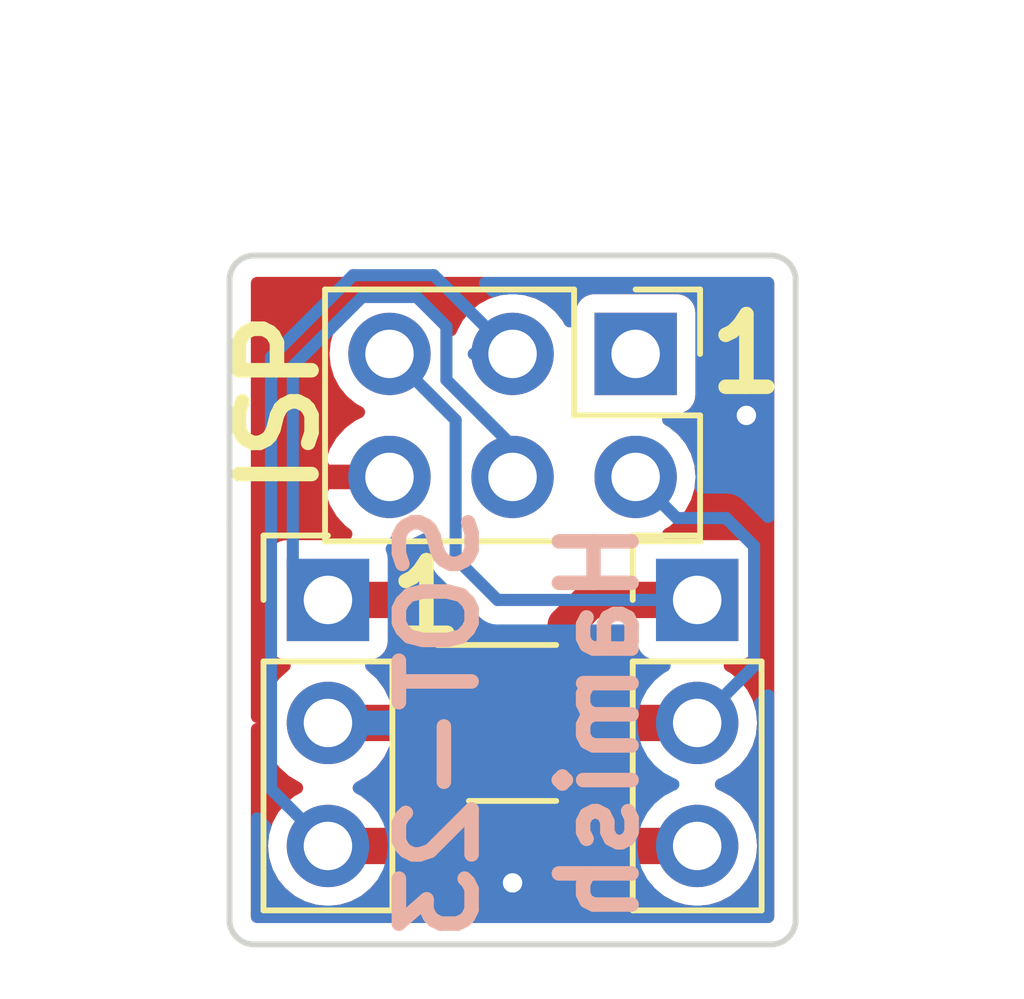
<source format=kicad_pcb>
(kicad_pcb (version 20171130) (host pcbnew "(5.1.4)-1")

  (general
    (thickness 1.6)
    (drawings 15)
    (tracks 42)
    (zones 0)
    (modules 4)
    (nets 8)
  )

  (page A4)
  (layers
    (0 F.Cu signal)
    (31 B.Cu signal)
    (32 B.Adhes user)
    (33 F.Adhes user)
    (34 B.Paste user)
    (35 F.Paste user)
    (36 B.SilkS user)
    (37 F.SilkS user)
    (38 B.Mask user)
    (39 F.Mask user)
    (40 Dwgs.User user)
    (41 Cmts.User user)
    (42 Eco1.User user)
    (43 Eco2.User user)
    (44 Edge.Cuts user)
    (45 Margin user)
    (46 B.CrtYd user)
    (47 F.CrtYd user)
    (48 B.Fab user)
    (49 F.Fab user)
  )

  (setup
    (last_trace_width 0.25)
    (user_trace_width 0.5)
    (user_trace_width 0.75)
    (user_trace_width 1)
    (trace_clearance 0.2)
    (zone_clearance 0.381)
    (zone_45_only no)
    (trace_min 0.2)
    (via_size 0.8)
    (via_drill 0.4)
    (via_min_size 0.4)
    (via_min_drill 0.3)
    (uvia_size 0.3)
    (uvia_drill 0.1)
    (uvias_allowed no)
    (uvia_min_size 0.2)
    (uvia_min_drill 0.1)
    (edge_width 0.05)
    (segment_width 0.2)
    (pcb_text_width 0.3)
    (pcb_text_size 1.5 1.5)
    (mod_edge_width 0.12)
    (mod_text_size 1 1)
    (mod_text_width 0.15)
    (pad_size 1.524 1.524)
    (pad_drill 0.762)
    (pad_to_mask_clearance 0.051)
    (solder_mask_min_width 0.25)
    (aux_axis_origin 0 0)
    (visible_elements 7FFFFFFF)
    (pcbplotparams
      (layerselection 0x010fc_ffffffff)
      (usegerberextensions false)
      (usegerberattributes false)
      (usegerberadvancedattributes false)
      (creategerberjobfile false)
      (excludeedgelayer true)
      (linewidth 0.100000)
      (plotframeref false)
      (viasonmask false)
      (mode 1)
      (useauxorigin false)
      (hpglpennumber 1)
      (hpglpenspeed 20)
      (hpglpendiameter 15.000000)
      (psnegative false)
      (psa4output false)
      (plotreference true)
      (plotvalue true)
      (plotinvisibletext false)
      (padsonsilk false)
      (subtractmaskfromsilk false)
      (outputformat 1)
      (mirror false)
      (drillshape 0)
      (scaleselection 1)
      (outputdirectory "Gerbers/"))
  )

  (net 0 "")
  (net 1 "Net-(J1-Pad3)")
  (net 2 "Net-(J1-Pad2)")
  (net 3 "Net-(J1-Pad1)")
  (net 4 "Net-(J2-Pad1)")
  (net 5 "Net-(J2-Pad2)")
  (net 6 "Net-(J2-Pad3)")
  (net 7 "Net-(J3-Pad1)")

  (net_class Default "This is the default net class."
    (clearance 0.2)
    (trace_width 0.25)
    (via_dia 0.8)
    (via_drill 0.4)
    (uvia_dia 0.3)
    (uvia_drill 0.1)
    (add_net "Net-(J1-Pad1)")
    (add_net "Net-(J1-Pad2)")
    (add_net "Net-(J1-Pad3)")
    (add_net "Net-(J2-Pad1)")
    (add_net "Net-(J2-Pad2)")
    (add_net "Net-(J2-Pad3)")
    (add_net "Net-(J3-Pad1)")
  )

  (module Connector_PinHeader_2.54mm:PinHeader_1x03_P2.54mm_Vertical (layer F.Cu) (tedit 59FED5CC) (tstamp 5E976CFF)
    (at 226.568 124.46)
    (descr "Through hole straight pin header, 1x03, 2.54mm pitch, single row")
    (tags "Through hole pin header THT 1x03 2.54mm single row")
    (path /5E9736BC)
    (fp_text reference J1 (at 2.032 0) (layer F.SilkS) hide
      (effects (font (size 1 1) (thickness 0.15)))
    )
    (fp_text value Conn_01x03_Male (at 0 7.41) (layer F.Fab)
      (effects (font (size 1 1) (thickness 0.15)))
    )
    (fp_text user %R (at 2.54 2.54 90) (layer F.Fab)
      (effects (font (size 1 1) (thickness 0.15)))
    )
    (fp_line (start 1.8 -1.8) (end -1.8 -1.8) (layer F.CrtYd) (width 0.05))
    (fp_line (start 1.8 6.85) (end 1.8 -1.8) (layer F.CrtYd) (width 0.05))
    (fp_line (start -1.8 6.85) (end 1.8 6.85) (layer F.CrtYd) (width 0.05))
    (fp_line (start -1.8 -1.8) (end -1.8 6.85) (layer F.CrtYd) (width 0.05))
    (fp_line (start -1.33 -1.33) (end 0 -1.33) (layer F.SilkS) (width 0.12))
    (fp_line (start -1.33 0) (end -1.33 -1.33) (layer F.SilkS) (width 0.12))
    (fp_line (start -1.33 1.27) (end 1.33 1.27) (layer F.SilkS) (width 0.12))
    (fp_line (start 1.33 1.27) (end 1.33 6.41) (layer F.SilkS) (width 0.12))
    (fp_line (start -1.33 1.27) (end -1.33 6.41) (layer F.SilkS) (width 0.12))
    (fp_line (start -1.33 6.41) (end 1.33 6.41) (layer F.SilkS) (width 0.12))
    (fp_line (start -1.27 -0.635) (end -0.635 -1.27) (layer F.Fab) (width 0.1))
    (fp_line (start -1.27 6.35) (end -1.27 -0.635) (layer F.Fab) (width 0.1))
    (fp_line (start 1.27 6.35) (end -1.27 6.35) (layer F.Fab) (width 0.1))
    (fp_line (start 1.27 -1.27) (end 1.27 6.35) (layer F.Fab) (width 0.1))
    (fp_line (start -0.635 -1.27) (end 1.27 -1.27) (layer F.Fab) (width 0.1))
    (pad 3 thru_hole oval (at 0 5.08) (size 1.7 1.7) (drill 1) (layers *.Cu *.Mask)
      (net 1 "Net-(J1-Pad3)"))
    (pad 2 thru_hole oval (at 0 2.54) (size 1.7 1.7) (drill 1) (layers *.Cu *.Mask)
      (net 2 "Net-(J1-Pad2)"))
    (pad 1 thru_hole rect (at 0 0) (size 1.7 1.7) (drill 1) (layers *.Cu *.Mask)
      (net 3 "Net-(J1-Pad1)"))
    (model ${KISYS3DMOD}/Connector_PinHeader_2.54mm.3dshapes/PinHeader_1x03_P2.54mm_Vertical.wrl
      (offset (xyz 0 -5.08 -1.778))
      (scale (xyz 1 1 1))
      (rotate (xyz 180 0 0))
    )
  )

  (module Connector_PinHeader_2.54mm:PinHeader_1x03_P2.54mm_Vertical (layer F.Cu) (tedit 59FED5CC) (tstamp 5E976D16)
    (at 234.188 124.46)
    (descr "Through hole straight pin header, 1x03, 2.54mm pitch, single row")
    (tags "Through hole pin header THT 1x03 2.54mm single row")
    (path /5E973299)
    (fp_text reference J2 (at -2.032 0) (layer F.SilkS) hide
      (effects (font (size 1 1) (thickness 0.15)))
    )
    (fp_text value Conn_01x03_Male (at 0 7.41) (layer F.Fab)
      (effects (font (size 1 1) (thickness 0.15)))
    )
    (fp_line (start -0.635 -1.27) (end 1.27 -1.27) (layer F.Fab) (width 0.1))
    (fp_line (start 1.27 -1.27) (end 1.27 6.35) (layer F.Fab) (width 0.1))
    (fp_line (start 1.27 6.35) (end -1.27 6.35) (layer F.Fab) (width 0.1))
    (fp_line (start -1.27 6.35) (end -1.27 -0.635) (layer F.Fab) (width 0.1))
    (fp_line (start -1.27 -0.635) (end -0.635 -1.27) (layer F.Fab) (width 0.1))
    (fp_line (start -1.33 6.41) (end 1.33 6.41) (layer F.SilkS) (width 0.12))
    (fp_line (start -1.33 1.27) (end -1.33 6.41) (layer F.SilkS) (width 0.12))
    (fp_line (start 1.33 1.27) (end 1.33 6.41) (layer F.SilkS) (width 0.12))
    (fp_line (start -1.33 1.27) (end 1.33 1.27) (layer F.SilkS) (width 0.12))
    (fp_line (start -1.33 0) (end -1.33 -1.33) (layer F.SilkS) (width 0.12))
    (fp_line (start -1.33 -1.33) (end 0 -1.33) (layer F.SilkS) (width 0.12))
    (fp_line (start -1.8 -1.8) (end -1.8 6.85) (layer F.CrtYd) (width 0.05))
    (fp_line (start -1.8 6.85) (end 1.8 6.85) (layer F.CrtYd) (width 0.05))
    (fp_line (start 1.8 6.85) (end 1.8 -1.8) (layer F.CrtYd) (width 0.05))
    (fp_line (start 1.8 -1.8) (end -1.8 -1.8) (layer F.CrtYd) (width 0.05))
    (fp_text user %R (at -2.411001 2.54 90) (layer F.Fab)
      (effects (font (size 1 1) (thickness 0.15)))
    )
    (pad 1 thru_hole rect (at 0 0) (size 1.7 1.7) (drill 1) (layers *.Cu *.Mask)
      (net 4 "Net-(J2-Pad1)"))
    (pad 2 thru_hole oval (at 0 2.54) (size 1.7 1.7) (drill 1) (layers *.Cu *.Mask)
      (net 5 "Net-(J2-Pad2)"))
    (pad 3 thru_hole oval (at 0 5.08) (size 1.7 1.7) (drill 1) (layers *.Cu *.Mask)
      (net 6 "Net-(J2-Pad3)"))
    (model ${KISYS3DMOD}/Connector_PinHeader_2.54mm.3dshapes/PinHeader_1x03_P2.54mm_Vertical.wrl
      (offset (xyz 0 -5.08 -1.778))
      (scale (xyz 1 1 1))
      (rotate (xyz 180 0 0))
    )
  )

  (module Package_TO_SOT_SMD:SOT-23-6 (layer F.Cu) (tedit 5A02FF57) (tstamp 5E976D2C)
    (at 230.378 127)
    (descr "6-pin SOT-23 package")
    (tags SOT-23-6)
    (path /5E971A6A)
    (attr smd)
    (fp_text reference U1 (at 0 -2.9) (layer F.SilkS) hide
      (effects (font (size 1 1) (thickness 0.15)))
    )
    (fp_text value ATtiny10-TS (at 0 2.9) (layer F.Fab)
      (effects (font (size 1 1) (thickness 0.15)))
    )
    (fp_text user %R (at 0 0 90) (layer F.Fab)
      (effects (font (size 0.5 0.5) (thickness 0.075)))
    )
    (fp_line (start -0.9 1.61) (end 0.9 1.61) (layer F.SilkS) (width 0.12))
    (fp_line (start 0.9 -1.61) (end -1.55 -1.61) (layer F.SilkS) (width 0.12))
    (fp_line (start 1.9 -1.8) (end -1.9 -1.8) (layer F.CrtYd) (width 0.05))
    (fp_line (start 1.9 1.8) (end 1.9 -1.8) (layer F.CrtYd) (width 0.05))
    (fp_line (start -1.9 1.8) (end 1.9 1.8) (layer F.CrtYd) (width 0.05))
    (fp_line (start -1.9 -1.8) (end -1.9 1.8) (layer F.CrtYd) (width 0.05))
    (fp_line (start -0.9 -0.9) (end -0.25 -1.55) (layer F.Fab) (width 0.1))
    (fp_line (start 0.9 -1.55) (end -0.25 -1.55) (layer F.Fab) (width 0.1))
    (fp_line (start -0.9 -0.9) (end -0.9 1.55) (layer F.Fab) (width 0.1))
    (fp_line (start 0.9 1.55) (end -0.9 1.55) (layer F.Fab) (width 0.1))
    (fp_line (start 0.9 -1.55) (end 0.9 1.55) (layer F.Fab) (width 0.1))
    (pad 1 smd rect (at -1.1 -0.95) (size 1.06 0.65) (layers F.Cu F.Paste F.Mask)
      (net 3 "Net-(J1-Pad1)"))
    (pad 2 smd rect (at -1.1 0) (size 1.06 0.65) (layers F.Cu F.Paste F.Mask)
      (net 2 "Net-(J1-Pad2)"))
    (pad 3 smd rect (at -1.1 0.95) (size 1.06 0.65) (layers F.Cu F.Paste F.Mask)
      (net 1 "Net-(J1-Pad3)"))
    (pad 4 smd rect (at 1.1 0.95) (size 1.06 0.65) (layers F.Cu F.Paste F.Mask)
      (net 6 "Net-(J2-Pad3)"))
    (pad 6 smd rect (at 1.1 -0.95) (size 1.06 0.65) (layers F.Cu F.Paste F.Mask)
      (net 4 "Net-(J2-Pad1)"))
    (pad 5 smd rect (at 1.1 0) (size 1.06 0.65) (layers F.Cu F.Paste F.Mask)
      (net 5 "Net-(J2-Pad2)"))
    (model ${KISYS3DMOD}/Package_TO_SOT_SMD.3dshapes/SOT-23-6.wrl
      (at (xyz 0 0 0))
      (scale (xyz 1 1 1))
      (rotate (xyz 0 0 0))
    )
  )

  (module Connector_PinHeader_2.54mm:PinHeader_2x03_P2.54mm_Vertical (layer F.Cu) (tedit 59FED5CC) (tstamp 5E9725DD)
    (at 232.918 119.38 270)
    (descr "Through hole straight pin header, 2x03, 2.54mm pitch, double rows")
    (tags "Through hole pin header THT 2x03 2.54mm double row")
    (path /5E9724E3)
    (fp_text reference J3 (at 1.27 -2.33 90) (layer F.SilkS) hide
      (effects (font (size 1 1) (thickness 0.15)))
    )
    (fp_text value Conn_02x03_Odd_Even (at 1.27 7.41 90) (layer F.Fab)
      (effects (font (size 1 1) (thickness 0.15)))
    )
    (fp_line (start 0 -1.27) (end 3.81 -1.27) (layer F.Fab) (width 0.1))
    (fp_line (start 3.81 -1.27) (end 3.81 6.35) (layer F.Fab) (width 0.1))
    (fp_line (start 3.81 6.35) (end -1.27 6.35) (layer F.Fab) (width 0.1))
    (fp_line (start -1.27 6.35) (end -1.27 0) (layer F.Fab) (width 0.1))
    (fp_line (start -1.27 0) (end 0 -1.27) (layer F.Fab) (width 0.1))
    (fp_line (start -1.33 6.41) (end 3.87 6.41) (layer F.SilkS) (width 0.12))
    (fp_line (start -1.33 1.27) (end -1.33 6.41) (layer F.SilkS) (width 0.12))
    (fp_line (start 3.87 -1.33) (end 3.87 6.41) (layer F.SilkS) (width 0.12))
    (fp_line (start -1.33 1.27) (end 1.27 1.27) (layer F.SilkS) (width 0.12))
    (fp_line (start 1.27 1.27) (end 1.27 -1.33) (layer F.SilkS) (width 0.12))
    (fp_line (start 1.27 -1.33) (end 3.87 -1.33) (layer F.SilkS) (width 0.12))
    (fp_line (start -1.33 0) (end -1.33 -1.33) (layer F.SilkS) (width 0.12))
    (fp_line (start -1.33 -1.33) (end 0 -1.33) (layer F.SilkS) (width 0.12))
    (fp_line (start -1.8 -1.8) (end -1.8 6.85) (layer F.CrtYd) (width 0.05))
    (fp_line (start -1.8 6.85) (end 4.35 6.85) (layer F.CrtYd) (width 0.05))
    (fp_line (start 4.35 6.85) (end 4.35 -1.8) (layer F.CrtYd) (width 0.05))
    (fp_line (start 4.35 -1.8) (end -1.8 -1.8) (layer F.CrtYd) (width 0.05))
    (fp_text user %R (at 1.27 2.54) (layer F.Fab)
      (effects (font (size 1 1) (thickness 0.15)))
    )
    (pad 1 thru_hole rect (at 0 0 270) (size 1.7 1.7) (drill 1) (layers *.Cu *.Mask)
      (net 7 "Net-(J3-Pad1)"))
    (pad 2 thru_hole oval (at 2.54 0 270) (size 1.7 1.7) (drill 1) (layers *.Cu *.Mask)
      (net 5 "Net-(J2-Pad2)"))
    (pad 3 thru_hole oval (at 0 2.54 270) (size 1.7 1.7) (drill 1) (layers *.Cu *.Mask)
      (net 1 "Net-(J1-Pad3)"))
    (pad 4 thru_hole oval (at 2.54 2.54 270) (size 1.7 1.7) (drill 1) (layers *.Cu *.Mask)
      (net 3 "Net-(J1-Pad1)"))
    (pad 5 thru_hole oval (at 0 5.08 270) (size 1.7 1.7) (drill 1) (layers *.Cu *.Mask)
      (net 4 "Net-(J2-Pad1)"))
    (pad 6 thru_hole oval (at 2.54 5.08 270) (size 1.7 1.7) (drill 1) (layers *.Cu *.Mask)
      (net 2 "Net-(J1-Pad2)"))
    (model ${KISYS3DMOD}/Connector_PinHeader_2.54mm.3dshapes/PinHeader_2x03_P2.54mm_Vertical.wrl
      (at (xyz 0 0 0))
      (scale (xyz 1 1 1))
      (rotate (xyz 0 0 0))
    )
  )

  (gr_line (start 224.536 117.856) (end 224.536 122.936) (layer Edge.Cuts) (width 0.12))
  (gr_line (start 224.536 122.936) (end 224.536 131.064) (layer Edge.Cuts) (width 0.12) (tstamp 5E97733E))
  (gr_text 1 (at 228.6 124.46) (layer F.SilkS)
    (effects (font (size 1.5 1.5) (thickness 0.3)))
  )
  (gr_text 1 (at 235.204 119.38) (layer F.SilkS)
    (effects (font (size 1.5 1.5) (thickness 0.3)))
  )
  (gr_text ISP (at 225.552 120.396 90) (layer F.SilkS)
    (effects (font (size 1.5 1.5) (thickness 0.3)))
  )
  (gr_line (start 236.22 117.856) (end 236.22 122.936) (layer Edge.Cuts) (width 0.12))
  (gr_text Hamish (at 232.156 127 90) (layer B.SilkS)
    (effects (font (size 1.5 1.5) (thickness 0.3)) (justify mirror))
  )
  (gr_text SOT-23 (at 228.854 127 90) (layer B.SilkS)
    (effects (font (size 1.5 1.5) (thickness 0.3)) (justify mirror))
  )
  (gr_line (start 225.044 131.572) (end 235.712 131.572) (layer Edge.Cuts) (width 0.12) (tstamp 5E97733F))
  (gr_line (start 235.712 117.348) (end 225.044 117.348) (layer Edge.Cuts) (width 0.12) (tstamp 5E97733D))
  (gr_line (start 236.22 131.064) (end 236.22 122.936) (layer Edge.Cuts) (width 0.12) (tstamp 5E97733C))
  (gr_arc (start 225.044 131.064) (end 224.536 131.064) (angle -90) (layer Edge.Cuts) (width 0.12))
  (gr_arc (start 235.712 131.064) (end 235.712 131.572) (angle -90) (layer Edge.Cuts) (width 0.12))
  (gr_arc (start 225.044 117.856) (end 225.044 117.348) (angle -90) (layer Edge.Cuts) (width 0.12))
  (gr_arc (start 235.712 117.856) (end 236.22 117.856) (angle -90) (layer Edge.Cuts) (width 0.12))

  (segment (start 229.278 129.025) (end 228.763 129.54) (width 0.75) (layer F.Cu) (net 1))
  (segment (start 229.278 127.95) (end 229.278 129.025) (width 0.75) (layer F.Cu) (net 1))
  (segment (start 228.763 129.54) (end 226.568 129.54) (width 0.75) (layer F.Cu) (net 1))
  (segment (start 230.378 119.38) (end 229.577002 119.38) (width 0.25) (layer B.Cu) (net 1))
  (segment (start 225.718001 128.690001) (end 226.568 129.54) (width 0.25) (layer B.Cu) (net 1))
  (segment (start 225.392999 128.364999) (end 225.718001 128.690001) (width 0.25) (layer B.Cu) (net 1))
  (segment (start 225.392999 119.449589) (end 225.392999 128.364999) (width 0.25) (layer B.Cu) (net 1))
  (segment (start 227.087598 117.75499) (end 225.392999 119.449589) (width 0.25) (layer B.Cu) (net 1))
  (segment (start 228.75299 117.75499) (end 227.087598 117.75499) (width 0.25) (layer B.Cu) (net 1))
  (segment (start 230.378 119.38) (end 228.75299 117.75499) (width 0.25) (layer B.Cu) (net 1))
  (segment (start 229.278 127) (end 226.568 127) (width 0.75) (layer F.Cu) (net 2))
  (via (at 230.378 130.302) (size 0.8) (drill 0.4) (layers F.Cu B.Cu) (net 2))
  (via (at 235.204 120.65) (size 0.8) (drill 0.4) (layers F.Cu B.Cu) (net 2))
  (segment (start 229.278 124.975) (end 228.763 124.46) (width 0.75) (layer F.Cu) (net 3))
  (segment (start 229.278 126.05) (end 229.278 124.975) (width 0.75) (layer F.Cu) (net 3))
  (segment (start 228.763 124.46) (end 226.568 124.46) (width 0.75) (layer F.Cu) (net 3))
  (segment (start 225.843009 123.735009) (end 226.568 124.46) (width 0.25) (layer B.Cu) (net 3))
  (segment (start 230.378 121.28359) (end 229.013001 119.918591) (width 0.25) (layer B.Cu) (net 3))
  (segment (start 225.843009 119.635989) (end 225.843009 123.735009) (width 0.25) (layer B.Cu) (net 3))
  (segment (start 230.378 121.92) (end 230.378 121.28359) (width 0.25) (layer B.Cu) (net 3))
  (segment (start 229.013001 118.815999) (end 228.402001 118.204999) (width 0.25) (layer B.Cu) (net 3))
  (segment (start 228.402001 118.204999) (end 227.273999 118.204999) (width 0.25) (layer B.Cu) (net 3))
  (segment (start 229.013001 119.918591) (end 229.013001 118.815999) (width 0.25) (layer B.Cu) (net 3))
  (segment (start 227.273999 118.204999) (end 225.843009 119.635989) (width 0.25) (layer B.Cu) (net 3))
  (segment (start 231.478 124.975) (end 231.993 124.46) (width 0.75) (layer F.Cu) (net 4))
  (segment (start 231.478 126.05) (end 231.478 124.975) (width 0.75) (layer F.Cu) (net 4))
  (segment (start 231.993 124.46) (end 234.188 124.46) (width 0.75) (layer F.Cu) (net 4))
  (segment (start 233.088 124.46) (end 234.188 124.46) (width 0.25) (layer B.Cu) (net 4))
  (segment (start 230.066998 124.46) (end 233.088 124.46) (width 0.25) (layer B.Cu) (net 4))
  (segment (start 229.202999 123.596001) (end 230.066998 124.46) (width 0.25) (layer B.Cu) (net 4))
  (segment (start 229.202999 120.744999) (end 229.202999 123.596001) (width 0.25) (layer B.Cu) (net 4))
  (segment (start 227.838 119.38) (end 229.202999 120.744999) (width 0.25) (layer B.Cu) (net 4))
  (segment (start 231.478 127) (end 234.188 127) (width 0.75) (layer F.Cu) (net 5))
  (segment (start 235.037999 126.150001) (end 234.188 127) (width 0.25) (layer B.Cu) (net 5))
  (segment (start 235.363001 125.824999) (end 235.037999 126.150001) (width 0.25) (layer B.Cu) (net 5))
  (segment (start 235.363001 123.349999) (end 235.363001 125.824999) (width 0.25) (layer B.Cu) (net 5))
  (segment (start 234.783001 122.769999) (end 235.363001 123.349999) (width 0.25) (layer B.Cu) (net 5))
  (segment (start 233.767999 122.769999) (end 234.783001 122.769999) (width 0.25) (layer B.Cu) (net 5))
  (segment (start 232.918 121.92) (end 233.767999 122.769999) (width 0.25) (layer B.Cu) (net 5))
  (segment (start 231.478 129.025) (end 231.993 129.54) (width 0.75) (layer F.Cu) (net 6))
  (segment (start 231.478 127.95) (end 231.478 129.025) (width 0.75) (layer F.Cu) (net 6))
  (segment (start 231.993 129.54) (end 234.188 129.54) (width 0.75) (layer F.Cu) (net 6))

  (zone (net 2) (net_name "Net-(J1-Pad2)") (layer B.Cu) (tstamp 5E982A03) (hatch edge 0.508)
    (connect_pads (clearance 0.381))
    (min_thickness 0.254)
    (fill yes (arc_segments 32) (thermal_gap 0.508) (thermal_bridge_width 0.508))
    (polygon
      (pts
        (xy 223.774 116.586) (xy 236.728 116.586) (xy 236.728 132.08) (xy 223.774 132.08)
      )
    )
    (filled_polygon
      (pts
        (xy 228.57 123.564903) (xy 228.566937 123.596001) (xy 228.579159 123.72009) (xy 228.615355 123.839411) (xy 228.674133 123.949377)
        (xy 228.704239 123.986061) (xy 228.753236 124.045765) (xy 228.777381 124.06558) (xy 229.597418 124.885618) (xy 229.617234 124.909764)
        (xy 229.713621 124.988866) (xy 229.823588 125.047645) (xy 229.942908 125.08384) (xy 230.03591 125.093) (xy 230.035911 125.093)
        (xy 230.066997 125.096062) (xy 230.098083 125.093) (xy 232.827543 125.093) (xy 232.827543 125.31) (xy 232.837351 125.409585)
        (xy 232.866399 125.505343) (xy 232.913571 125.593595) (xy 232.977052 125.670948) (xy 233.054405 125.734429) (xy 233.142657 125.781601)
        (xy 233.238415 125.810649) (xy 233.338 125.820457) (xy 233.513972 125.820457) (xy 233.429886 125.865402) (xy 233.223103 126.035103)
        (xy 233.053402 126.241886) (xy 232.927302 126.477802) (xy 232.84965 126.733786) (xy 232.82343 127) (xy 232.84965 127.266214)
        (xy 232.927302 127.522198) (xy 233.053402 127.758114) (xy 233.223103 127.964897) (xy 233.429886 128.134598) (xy 233.665802 128.260698)
        (xy 233.696467 128.27) (xy 233.665802 128.279302) (xy 233.429886 128.405402) (xy 233.223103 128.575103) (xy 233.053402 128.781886)
        (xy 232.927302 129.017802) (xy 232.84965 129.273786) (xy 232.82343 129.54) (xy 232.84965 129.806214) (xy 232.927302 130.062198)
        (xy 233.053402 130.298114) (xy 233.223103 130.504897) (xy 233.429886 130.674598) (xy 233.665802 130.800698) (xy 233.921786 130.87835)
        (xy 234.121294 130.898) (xy 234.254706 130.898) (xy 234.454214 130.87835) (xy 234.710198 130.800698) (xy 234.946114 130.674598)
        (xy 235.152897 130.504897) (xy 235.322598 130.298114) (xy 235.448698 130.062198) (xy 235.52635 129.806214) (xy 235.55257 129.54)
        (xy 235.52635 129.273786) (xy 235.448698 129.017802) (xy 235.322598 128.781886) (xy 235.152897 128.575103) (xy 234.946114 128.405402)
        (xy 234.710198 128.279302) (xy 234.679533 128.27) (xy 234.710198 128.260698) (xy 234.946114 128.134598) (xy 235.152897 127.964897)
        (xy 235.322598 127.758114) (xy 235.448698 127.522198) (xy 235.52635 127.266214) (xy 235.55257 127) (xy 235.52635 126.733786)
        (xy 235.485169 126.598029) (xy 235.50758 126.575618) (xy 235.507585 126.575612) (xy 235.652001 126.431196) (xy 235.652 131.004)
        (xy 225.104 131.004) (xy 225.104 128.971197) (xy 225.248416 129.115612) (xy 225.24842 129.115617) (xy 225.270832 129.138029)
        (xy 225.22965 129.273786) (xy 225.20343 129.54) (xy 225.22965 129.806214) (xy 225.307302 130.062198) (xy 225.433402 130.298114)
        (xy 225.603103 130.504897) (xy 225.809886 130.674598) (xy 226.045802 130.800698) (xy 226.301786 130.87835) (xy 226.501294 130.898)
        (xy 226.634706 130.898) (xy 226.834214 130.87835) (xy 227.090198 130.800698) (xy 227.326114 130.674598) (xy 227.532897 130.504897)
        (xy 227.702598 130.298114) (xy 227.828698 130.062198) (xy 227.90635 129.806214) (xy 227.93257 129.54) (xy 227.90635 129.273786)
        (xy 227.828698 129.017802) (xy 227.702598 128.781886) (xy 227.532897 128.575103) (xy 227.326114 128.405402) (xy 227.20506 128.340697)
        (xy 227.449355 128.195178) (xy 227.665588 128.000269) (xy 227.839641 127.76692) (xy 227.964825 127.504099) (xy 228.009476 127.35689)
        (xy 227.888155 127.127) (xy 226.695 127.127) (xy 226.695 127.147) (xy 226.441 127.147) (xy 226.441 127.127)
        (xy 226.421 127.127) (xy 226.421 126.873) (xy 226.441 126.873) (xy 226.441 126.853) (xy 226.695 126.853)
        (xy 226.695 126.873) (xy 227.888155 126.873) (xy 228.009476 126.64311) (xy 227.964825 126.495901) (xy 227.839641 126.23308)
        (xy 227.665588 125.999731) (xy 227.461903 125.816133) (xy 227.517585 125.810649) (xy 227.613343 125.781601) (xy 227.701595 125.734429)
        (xy 227.778948 125.670948) (xy 227.842429 125.593595) (xy 227.889601 125.505343) (xy 227.918649 125.409585) (xy 227.928457 125.31)
        (xy 227.928457 123.61) (xy 227.918649 123.510415) (xy 227.889601 123.414657) (xy 227.884439 123.405) (xy 227.965002 123.405)
        (xy 227.965002 123.240156) (xy 228.19489 123.361476) (xy 228.342099 123.316825) (xy 228.57 123.208274)
      )
    )
    (filled_polygon
      (pts
        (xy 235.652001 122.743802) (xy 235.252585 122.344386) (xy 235.232765 122.320235) (xy 235.136378 122.241133) (xy 235.026411 122.182354)
        (xy 234.907091 122.146159) (xy 234.814089 122.136999) (xy 234.783001 122.133937) (xy 234.751913 122.136999) (xy 234.261197 122.136999)
        (xy 234.28257 121.92) (xy 234.25635 121.653786) (xy 234.178698 121.397802) (xy 234.052598 121.161886) (xy 233.882897 120.955103)
        (xy 233.676114 120.785402) (xy 233.592028 120.740457) (xy 233.768 120.740457) (xy 233.867585 120.730649) (xy 233.963343 120.701601)
        (xy 234.051595 120.654429) (xy 234.128948 120.590948) (xy 234.192429 120.513595) (xy 234.239601 120.425343) (xy 234.268649 120.329585)
        (xy 234.278457 120.23) (xy 234.278457 118.53) (xy 234.268649 118.430415) (xy 234.239601 118.334657) (xy 234.192429 118.246405)
        (xy 234.128948 118.169052) (xy 234.051595 118.105571) (xy 233.963343 118.058399) (xy 233.867585 118.029351) (xy 233.768 118.019543)
        (xy 232.068 118.019543) (xy 231.968415 118.029351) (xy 231.872657 118.058399) (xy 231.784405 118.105571) (xy 231.707052 118.169052)
        (xy 231.643571 118.246405) (xy 231.596399 118.334657) (xy 231.567351 118.430415) (xy 231.557543 118.53) (xy 231.557543 118.705972)
        (xy 231.512598 118.621886) (xy 231.342897 118.415103) (xy 231.136114 118.245402) (xy 230.900198 118.119302) (xy 230.644214 118.04165)
        (xy 230.444706 118.022) (xy 230.311294 118.022) (xy 230.111786 118.04165) (xy 229.976029 118.082831) (xy 229.809197 117.916)
        (xy 235.652 117.916)
      )
    )
    (filled_polygon
      (pts
        (xy 227.965 121.793) (xy 227.985 121.793) (xy 227.985 122.047) (xy 227.965 122.047) (xy 227.965 122.067)
        (xy 227.711 122.067) (xy 227.711 122.047) (xy 227.691 122.047) (xy 227.691 121.793) (xy 227.711 121.793)
        (xy 227.711 121.773) (xy 227.965 121.773)
      )
    )
  )
  (zone (net 2) (net_name "Net-(J1-Pad2)") (layer F.Cu) (tstamp 5E982A00) (hatch edge 0.508)
    (connect_pads (clearance 0.381))
    (min_thickness 0.254)
    (fill yes (arc_segments 32) (thermal_gap 0.508) (thermal_bridge_width 0.508))
    (polygon
      (pts
        (xy 236.982 116.332) (xy 223.52 116.332) (xy 223.52 132.334) (xy 236.982 132.334)
      )
    )
    (filled_polygon
      (pts
        (xy 235.652001 122.9081) (xy 235.652 131.004) (xy 225.104 131.004) (xy 225.104 127.127002) (xy 225.247844 127.127002)
        (xy 225.126524 127.35689) (xy 225.171175 127.504099) (xy 225.296359 127.76692) (xy 225.470412 128.000269) (xy 225.686645 128.195178)
        (xy 225.93094 128.340697) (xy 225.809886 128.405402) (xy 225.603103 128.575103) (xy 225.433402 128.781886) (xy 225.307302 129.017802)
        (xy 225.22965 129.273786) (xy 225.20343 129.54) (xy 225.22965 129.806214) (xy 225.307302 130.062198) (xy 225.433402 130.298114)
        (xy 225.603103 130.504897) (xy 225.809886 130.674598) (xy 226.045802 130.800698) (xy 226.301786 130.87835) (xy 226.501294 130.898)
        (xy 226.634706 130.898) (xy 226.834214 130.87835) (xy 227.090198 130.800698) (xy 227.326114 130.674598) (xy 227.532897 130.504897)
        (xy 227.600108 130.423) (xy 228.719634 130.423) (xy 228.763 130.427271) (xy 228.806366 130.423) (xy 228.806373 130.423)
        (xy 228.936098 130.410223) (xy 229.102544 130.359732) (xy 229.255942 130.27774) (xy 229.390396 130.167396) (xy 229.418053 130.133696)
        (xy 229.871696 129.680053) (xy 229.905396 129.652396) (xy 230.01574 129.517942) (xy 230.097732 129.364544) (xy 230.148223 129.198098)
        (xy 230.161 129.068373) (xy 230.161 129.068366) (xy 230.165271 129.025) (xy 230.161 128.981634) (xy 230.161 128.642471)
        (xy 230.168948 128.635948) (xy 230.232429 128.558595) (xy 230.279601 128.470343) (xy 230.308649 128.374585) (xy 230.318457 128.275)
        (xy 230.318457 127.703962) (xy 230.338537 127.679494) (xy 230.397502 127.56918) (xy 230.433812 127.449482) (xy 230.441808 127.3683)
        (xy 230.447351 127.424585) (xy 230.462644 127.475) (xy 230.447351 127.525415) (xy 230.437543 127.625) (xy 230.437543 128.275)
        (xy 230.447351 128.374585) (xy 230.476399 128.470343) (xy 230.523571 128.558595) (xy 230.587052 128.635948) (xy 230.595001 128.642471)
        (xy 230.595001 128.981625) (xy 230.590729 129.025) (xy 230.607777 129.198098) (xy 230.658269 129.364544) (xy 230.740261 129.517942)
        (xy 230.850605 129.652396) (xy 230.884299 129.680048) (xy 231.337947 130.133696) (xy 231.365604 130.167396) (xy 231.500058 130.27774)
        (xy 231.653456 130.359732) (xy 231.76941 130.394906) (xy 231.819901 130.410223) (xy 231.836391 130.411847) (xy 231.949627 130.423)
        (xy 231.949634 130.423) (xy 231.993 130.427271) (xy 232.036366 130.423) (xy 233.155892 130.423) (xy 233.223103 130.504897)
        (xy 233.429886 130.674598) (xy 233.665802 130.800698) (xy 233.921786 130.87835) (xy 234.121294 130.898) (xy 234.254706 130.898)
        (xy 234.454214 130.87835) (xy 234.710198 130.800698) (xy 234.946114 130.674598) (xy 235.152897 130.504897) (xy 235.322598 130.298114)
        (xy 235.448698 130.062198) (xy 235.52635 129.806214) (xy 235.55257 129.54) (xy 235.52635 129.273786) (xy 235.448698 129.017802)
        (xy 235.322598 128.781886) (xy 235.152897 128.575103) (xy 234.946114 128.405402) (xy 234.710198 128.279302) (xy 234.679533 128.27)
        (xy 234.710198 128.260698) (xy 234.946114 128.134598) (xy 235.152897 127.964897) (xy 235.322598 127.758114) (xy 235.448698 127.522198)
        (xy 235.52635 127.266214) (xy 235.55257 127) (xy 235.52635 126.733786) (xy 235.448698 126.477802) (xy 235.322598 126.241886)
        (xy 235.152897 126.035103) (xy 234.946114 125.865402) (xy 234.862028 125.820457) (xy 235.038 125.820457) (xy 235.137585 125.810649)
        (xy 235.233343 125.781601) (xy 235.321595 125.734429) (xy 235.398948 125.670948) (xy 235.462429 125.593595) (xy 235.509601 125.505343)
        (xy 235.538649 125.409585) (xy 235.548457 125.31) (xy 235.548457 123.61) (xy 235.538649 123.510415) (xy 235.509601 123.414657)
        (xy 235.462429 123.326405) (xy 235.398948 123.249052) (xy 235.321595 123.185571) (xy 235.233343 123.138399) (xy 235.137585 123.109351)
        (xy 235.038 123.099543) (xy 233.592028 123.099543) (xy 233.676114 123.054598) (xy 233.882897 122.884897) (xy 234.052598 122.678114)
        (xy 234.178698 122.442198) (xy 234.25635 122.186214) (xy 234.28257 121.92) (xy 234.25635 121.653786) (xy 234.178698 121.397802)
        (xy 234.052598 121.161886) (xy 233.882897 120.955103) (xy 233.676114 120.785402) (xy 233.592028 120.740457) (xy 233.768 120.740457)
        (xy 233.867585 120.730649) (xy 233.963343 120.701601) (xy 234.051595 120.654429) (xy 234.128948 120.590948) (xy 234.192429 120.513595)
        (xy 234.239601 120.425343) (xy 234.268649 120.329585) (xy 234.278457 120.23) (xy 234.278457 118.53) (xy 234.268649 118.430415)
        (xy 234.239601 118.334657) (xy 234.192429 118.246405) (xy 234.128948 118.169052) (xy 234.051595 118.105571) (xy 233.963343 118.058399)
        (xy 233.867585 118.029351) (xy 233.768 118.019543) (xy 232.068 118.019543) (xy 231.968415 118.029351) (xy 231.872657 118.058399)
        (xy 231.784405 118.105571) (xy 231.707052 118.169052) (xy 231.643571 118.246405) (xy 231.596399 118.334657) (xy 231.567351 118.430415)
        (xy 231.557543 118.53) (xy 231.557543 118.705972) (xy 231.512598 118.621886) (xy 231.342897 118.415103) (xy 231.136114 118.245402)
        (xy 230.900198 118.119302) (xy 230.644214 118.04165) (xy 230.444706 118.022) (xy 230.311294 118.022) (xy 230.111786 118.04165)
        (xy 229.855802 118.119302) (xy 229.619886 118.245402) (xy 229.413103 118.415103) (xy 229.243402 118.621886) (xy 229.117302 118.857802)
        (xy 229.108 118.888467) (xy 229.098698 118.857802) (xy 228.972598 118.621886) (xy 228.802897 118.415103) (xy 228.596114 118.245402)
        (xy 228.360198 118.119302) (xy 228.104214 118.04165) (xy 227.904706 118.022) (xy 227.771294 118.022) (xy 227.571786 118.04165)
        (xy 227.315802 118.119302) (xy 227.079886 118.245402) (xy 226.873103 118.415103) (xy 226.703402 118.621886) (xy 226.577302 118.857802)
        (xy 226.49965 119.113786) (xy 226.47343 119.38) (xy 226.49965 119.646214) (xy 226.577302 119.902198) (xy 226.703402 120.138114)
        (xy 226.873103 120.344897) (xy 227.079886 120.514598) (xy 227.208066 120.583112) (xy 227.07108 120.648359) (xy 226.837731 120.822412)
        (xy 226.642822 121.038645) (xy 226.493843 121.288748) (xy 226.396519 121.563109) (xy 226.517186 121.793) (xy 227.711 121.793)
        (xy 227.711 121.773) (xy 227.965 121.773) (xy 227.965 121.793) (xy 227.985 121.793) (xy 227.985 122.047)
        (xy 227.965 122.047) (xy 227.965 122.067) (xy 227.711 122.067) (xy 227.711 122.047) (xy 226.517186 122.047)
        (xy 226.396519 122.276891) (xy 226.493843 122.551252) (xy 226.642822 122.801355) (xy 226.837731 123.017588) (xy 226.947606 123.099543)
        (xy 225.718 123.099543) (xy 225.618415 123.109351) (xy 225.522657 123.138399) (xy 225.434405 123.185571) (xy 225.357052 123.249052)
        (xy 225.293571 123.326405) (xy 225.246399 123.414657) (xy 225.217351 123.510415) (xy 225.207543 123.61) (xy 225.207543 125.31)
        (xy 225.217351 125.409585) (xy 225.246399 125.505343) (xy 225.293571 125.593595) (xy 225.357052 125.670948) (xy 225.434405 125.734429)
        (xy 225.522657 125.781601) (xy 225.618415 125.810649) (xy 225.674097 125.816133) (xy 225.470412 125.999731) (xy 225.296359 126.23308)
        (xy 225.171175 126.495901) (xy 225.126524 126.64311) (xy 225.247844 126.872998) (xy 225.104 126.872998) (xy 225.104 117.916)
        (xy 235.652 117.916)
      )
    )
    (filled_polygon
      (pts
        (xy 228.395001 125.357529) (xy 228.387052 125.364052) (xy 228.323571 125.441405) (xy 228.276399 125.529657) (xy 228.247351 125.625415)
        (xy 228.237543 125.725) (xy 228.237543 126.296038) (xy 228.217463 126.320506) (xy 228.158498 126.43082) (xy 228.122188 126.550518)
        (xy 228.109928 126.675) (xy 228.113 126.71425) (xy 228.27175 126.873) (xy 228.639682 126.873) (xy 228.648415 126.875649)
        (xy 228.748 126.885457) (xy 228.990294 126.885457) (xy 229.104902 126.920223) (xy 229.278 126.937272) (xy 229.425 126.922793)
        (xy 229.425 127.077207) (xy 229.278 127.062728) (xy 229.104902 127.079777) (xy 228.990294 127.114543) (xy 228.748 127.114543)
        (xy 228.648415 127.124351) (xy 228.639682 127.127) (xy 228.27175 127.127) (xy 228.113 127.28575) (xy 228.109928 127.325)
        (xy 228.122188 127.449482) (xy 228.158498 127.56918) (xy 228.217463 127.679494) (xy 228.237543 127.703962) (xy 228.237543 128.275)
        (xy 228.247351 128.374585) (xy 228.276399 128.470343) (xy 228.323571 128.558595) (xy 228.387052 128.635948) (xy 228.395001 128.642471)
        (xy 228.395001 128.657) (xy 227.600108 128.657) (xy 227.532897 128.575103) (xy 227.326114 128.405402) (xy 227.20506 128.340697)
        (xy 227.449355 128.195178) (xy 227.665588 128.000269) (xy 227.839641 127.76692) (xy 227.964825 127.504099) (xy 228.009476 127.35689)
        (xy 227.888155 127.127) (xy 226.695 127.127) (xy 226.695 127.147) (xy 226.441 127.147) (xy 226.441 127.127)
        (xy 226.421 127.127) (xy 226.421 126.873) (xy 226.441 126.873) (xy 226.441 126.853) (xy 226.695 126.853)
        (xy 226.695 126.873) (xy 227.888155 126.873) (xy 228.009476 126.64311) (xy 227.964825 126.495901) (xy 227.839641 126.23308)
        (xy 227.665588 125.999731) (xy 227.461903 125.816133) (xy 227.517585 125.810649) (xy 227.613343 125.781601) (xy 227.701595 125.734429)
        (xy 227.778948 125.670948) (xy 227.842429 125.593595) (xy 227.889601 125.505343) (xy 227.918649 125.409585) (xy 227.925207 125.343)
        (xy 228.395001 125.343)
      )
    )
  )
)

</source>
